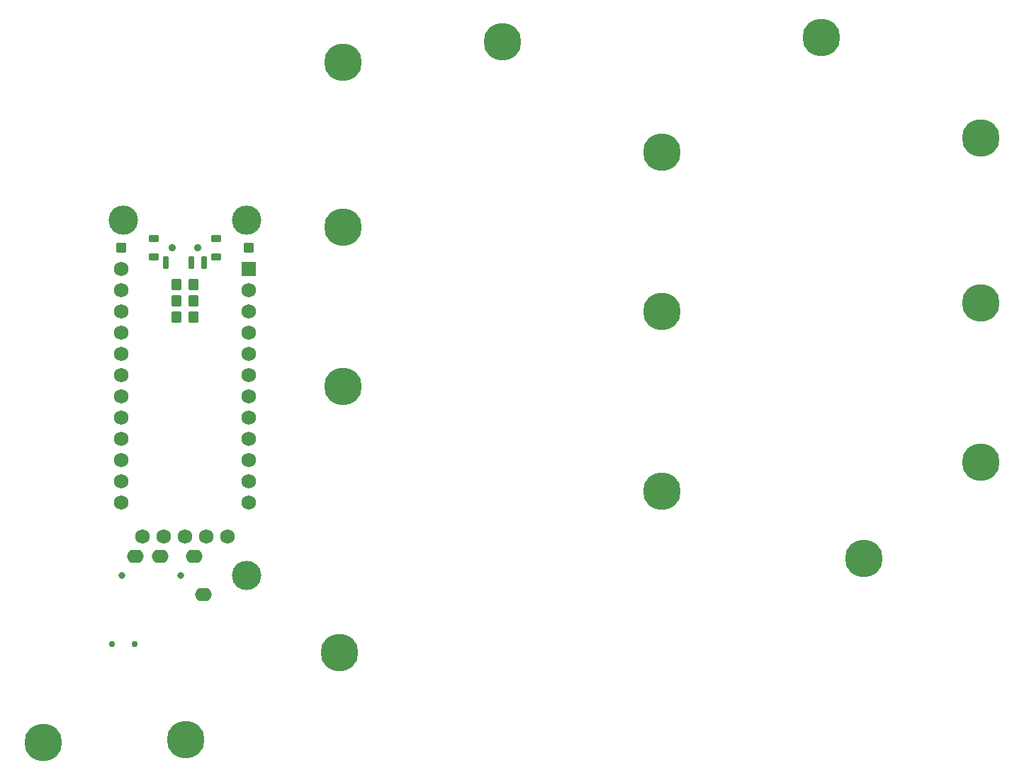
<source format=gbs>
%TF.GenerationSoftware,KiCad,Pcbnew,7.0.5*%
%TF.CreationDate,2023-10-28T19:32:45+05:30*%
%TF.ProjectId,tako_right,74616b6f-5f72-4696-9768-742e6b696361,rev?*%
%TF.SameCoordinates,Original*%
%TF.FileFunction,Soldermask,Bot*%
%TF.FilePolarity,Negative*%
%FSLAX46Y46*%
G04 Gerber Fmt 4.6, Leading zero omitted, Abs format (unit mm)*
G04 Created by KiCad (PCBNEW 7.0.5) date 2023-10-28 19:32:45*
%MOMM*%
%LPD*%
G01*
G04 APERTURE LIST*
G04 Aperture macros list*
%AMRoundRect*
0 Rectangle with rounded corners*
0 $1 Rounding radius*
0 $2 $3 $4 $5 $6 $7 $8 $9 X,Y pos of 4 corners*
0 Add a 4 corners polygon primitive as box body*
4,1,4,$2,$3,$4,$5,$6,$7,$8,$9,$2,$3,0*
0 Add four circle primitives for the rounded corners*
1,1,$1+$1,$2,$3*
1,1,$1+$1,$4,$5*
1,1,$1+$1,$6,$7*
1,1,$1+$1,$8,$9*
0 Add four rect primitives between the rounded corners*
20,1,$1+$1,$2,$3,$4,$5,0*
20,1,$1+$1,$4,$5,$6,$7,0*
20,1,$1+$1,$6,$7,$8,$9,0*
20,1,$1+$1,$8,$9,$2,$3,0*%
G04 Aperture macros list end*
%ADD10RoundRect,0.312500X-0.312500X-0.312500X0.312500X-0.312500X0.312500X0.312500X-0.312500X0.312500X0*%
%ADD11C,4.500000*%
%ADD12C,3.500000*%
%ADD13RoundRect,0.312500X0.312500X0.312500X-0.312500X0.312500X-0.312500X-0.312500X0.312500X-0.312500X0*%
%ADD14C,1.752600*%
%ADD15C,0.800000*%
%ADD16O,2.000000X1.600000*%
%ADD17C,0.750000*%
%ADD18RoundRect,0.250000X0.350000X0.450000X-0.350000X0.450000X-0.350000X-0.450000X0.350000X-0.450000X0*%
%ADD19RoundRect,0.120000X-0.480000X-0.280000X0.480000X-0.280000X0.480000X0.280000X-0.480000X0.280000X0*%
%ADD20C,0.900000*%
%ADD21RoundRect,0.105000X-0.245000X-0.645000X0.245000X-0.645000X0.245000X0.645000X-0.245000X0.645000X0*%
%ADD22RoundRect,0.250000X-0.350000X-0.450000X0.350000X-0.450000X0.350000X0.450000X-0.350000X0.450000X0*%
%ADD23R,1.752600X1.752600*%
G04 APERTURE END LIST*
D10*
%TO.C,BAT_HOLE-101*%
X38155480Y-57819423D03*
%TD*%
D11*
%TO.C,H103*%
X140906339Y-83435489D03*
%TD*%
%TO.C,H102*%
X140906350Y-64385490D03*
%TD*%
%TO.C,H18*%
X45829990Y-116671093D03*
%TD*%
%TO.C,H110*%
X64706339Y-35666056D03*
%TD*%
D12*
%TO.C,H115*%
X53181889Y-54480531D03*
%TD*%
D11*
%TO.C,H108*%
X102806338Y-86959989D03*
%TD*%
%TO.C,H105*%
X126906338Y-94960499D03*
%TD*%
%TO.C,H112*%
X64706342Y-74434994D03*
%TD*%
%TO.C,H113*%
X64247990Y-106243093D03*
%TD*%
D12*
%TO.C,H116*%
X38400564Y-54480077D03*
%TD*%
D11*
%TO.C,H104*%
X121856340Y-32666056D03*
%TD*%
%TO.C,H107*%
X102806347Y-65434996D03*
%TD*%
%TO.C,H114*%
X28851834Y-117014598D03*
%TD*%
D12*
%TO.C,H117*%
X53181888Y-97039423D03*
%TD*%
D11*
%TO.C,H101*%
X140906345Y-44666058D03*
%TD*%
D13*
%TO.C,BAT_HOLE+101*%
X53428978Y-57819423D03*
%TD*%
D14*
%TO.C,DISP101*%
X40711557Y-92332635D03*
X43251557Y-92332635D03*
X45791557Y-92332635D03*
X48331557Y-92332635D03*
X50871557Y-92332635D03*
%TD*%
D11*
%TO.C,H109*%
X83756337Y-33166058D03*
%TD*%
D15*
%TO.C,J101*%
X38262468Y-97030596D03*
X45262468Y-97030596D03*
D16*
X47962468Y-99330596D03*
X39862468Y-94730596D03*
X42862468Y-94730596D03*
X46862468Y-94730596D03*
%TD*%
D17*
%TO.C,RSW101*%
X37062468Y-105230596D03*
X39812468Y-105230596D03*
%TD*%
D11*
%TO.C,H111*%
X64706336Y-55384996D03*
%TD*%
%TO.C,H106*%
X102806346Y-46384994D03*
%TD*%
D18*
%TO.C,R101*%
X46773372Y-62242136D03*
X44773372Y-62242136D03*
%TD*%
D19*
%TO.C,PSW101*%
X42041307Y-56712135D03*
X42041307Y-58922135D03*
D20*
X44291307Y-57812135D03*
X47291307Y-57812135D03*
D19*
X49541307Y-56712135D03*
X49541307Y-58922135D03*
D21*
X43541307Y-59572135D03*
X46541307Y-59572135D03*
X48041307Y-59572135D03*
%TD*%
D22*
%TO.C,R102*%
X44773374Y-64192135D03*
X46773374Y-64192135D03*
%TD*%
D23*
%TO.C,U101*%
X53411311Y-60373658D03*
D14*
X53411311Y-62913658D03*
X53411311Y-65453658D03*
X53411311Y-67993658D03*
X53411311Y-70533658D03*
X53411311Y-73073658D03*
X53411311Y-75613658D03*
X53411311Y-78153658D03*
X53411311Y-80693658D03*
X53411311Y-83233658D03*
X53411311Y-85773658D03*
X53411311Y-88313658D03*
X38171311Y-88313658D03*
X38171311Y-85773658D03*
X38171311Y-83233658D03*
X38171311Y-80693658D03*
X38171311Y-78153658D03*
X38171311Y-75613658D03*
X38171311Y-73073658D03*
X38171311Y-70533658D03*
X38171311Y-67993658D03*
X38171311Y-65453658D03*
X38171311Y-62913658D03*
X38171311Y-60373658D03*
%TD*%
D22*
%TO.C,R103*%
X44773372Y-66142134D03*
X46773372Y-66142134D03*
%TD*%
M02*

</source>
